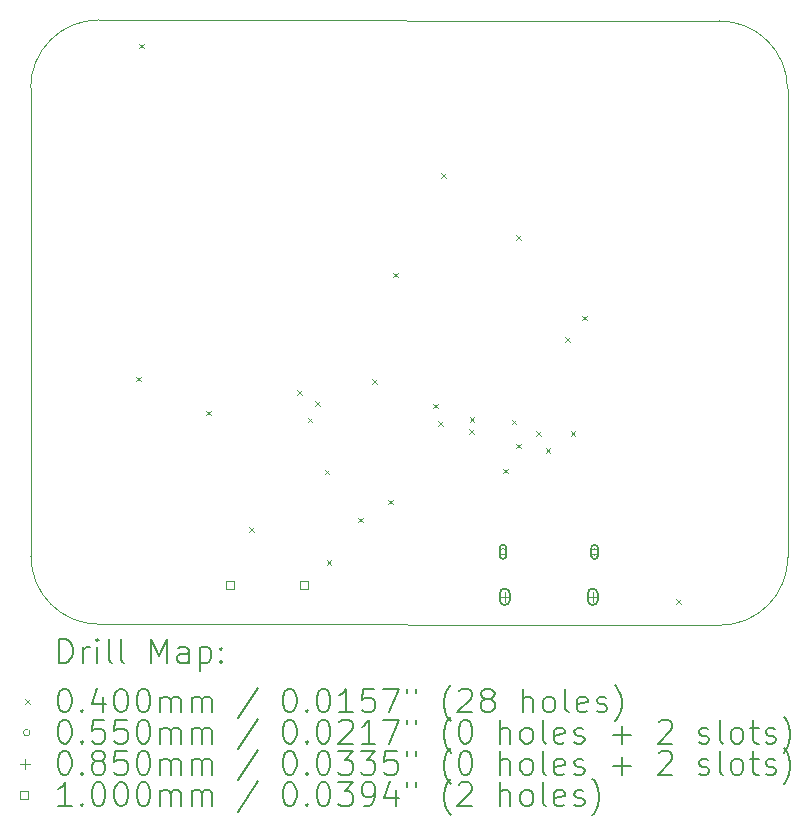
<source format=gbr>
%TF.GenerationSoftware,KiCad,Pcbnew,7.0.2*%
%TF.CreationDate,2023-11-28T02:03:47-03:00*%
%TF.ProjectId,Schematic_monitor,53636865-6d61-4746-9963-5f6d6f6e6974,rev?*%
%TF.SameCoordinates,Original*%
%TF.FileFunction,Drillmap*%
%TF.FilePolarity,Positive*%
%FSLAX45Y45*%
G04 Gerber Fmt 4.5, Leading zero omitted, Abs format (unit mm)*
G04 Created by KiCad (PCBNEW 7.0.2) date 2023-11-28 02:03:47*
%MOMM*%
%LPD*%
G01*
G04 APERTURE LIST*
%ADD10C,0.100000*%
%ADD11C,0.200000*%
%ADD12C,0.040000*%
%ADD13C,0.055000*%
%ADD14C,0.085000*%
G04 APERTURE END LIST*
D10*
X9094067Y-12498340D02*
X9091407Y-8534703D01*
X15500540Y-8543563D02*
X15503200Y-12507200D01*
X9094064Y-12498340D02*
G75*
G03*
X9670362Y-13074636I576296J0D01*
G01*
X15500533Y-8543563D02*
G75*
G03*
X14924244Y-7967267I-576293J3D01*
G01*
X9667703Y-7958407D02*
G75*
G03*
X9091407Y-8534703I-3J-576293D01*
G01*
X14924244Y-7967267D02*
X9667703Y-7958407D01*
X14926904Y-13083496D02*
G75*
G03*
X15503200Y-12507200I4J576292D01*
G01*
X9670362Y-13074636D02*
X14926904Y-13083496D01*
D11*
D12*
X9987600Y-10978200D02*
X10027600Y-11018200D01*
X10027600Y-10978200D02*
X9987600Y-11018200D01*
X10013000Y-8158800D02*
X10053000Y-8198800D01*
X10053000Y-8158800D02*
X10013000Y-8198800D01*
X10576000Y-11266000D02*
X10616000Y-11306000D01*
X10616000Y-11266000D02*
X10576000Y-11306000D01*
X10944000Y-12253000D02*
X10984000Y-12293000D01*
X10984000Y-12253000D02*
X10944000Y-12293000D01*
X11349200Y-11091488D02*
X11389200Y-11131488D01*
X11389200Y-11091488D02*
X11349200Y-11131488D01*
X11436200Y-11326200D02*
X11476200Y-11366200D01*
X11476200Y-11326200D02*
X11436200Y-11366200D01*
X11498200Y-11188200D02*
X11538200Y-11228200D01*
X11538200Y-11188200D02*
X11498200Y-11228200D01*
X11582200Y-11766200D02*
X11622200Y-11806200D01*
X11622200Y-11766200D02*
X11582200Y-11806200D01*
X11599000Y-12534000D02*
X11639000Y-12574000D01*
X11639000Y-12534000D02*
X11599000Y-12574000D01*
X11867200Y-12172000D02*
X11907200Y-12212000D01*
X11907200Y-12172000D02*
X11867200Y-12212000D01*
X11982872Y-10996964D02*
X12022872Y-11036964D01*
X12022872Y-10996964D02*
X11982872Y-11036964D01*
X12121200Y-12019600D02*
X12161200Y-12059600D01*
X12161200Y-12019600D02*
X12121200Y-12059600D01*
X12160408Y-10099200D02*
X12200408Y-10139200D01*
X12200408Y-10099200D02*
X12160408Y-10139200D01*
X12502200Y-11206800D02*
X12542200Y-11246800D01*
X12542200Y-11206800D02*
X12502200Y-11246800D01*
X12542270Y-11354270D02*
X12582270Y-11394270D01*
X12582270Y-11354270D02*
X12542270Y-11394270D01*
X12568000Y-9258000D02*
X12608000Y-9298000D01*
X12608000Y-9258000D02*
X12568000Y-9298000D01*
X12803000Y-11421000D02*
X12843000Y-11461000D01*
X12843000Y-11421000D02*
X12803000Y-11461000D01*
X12809200Y-11320200D02*
X12849200Y-11360200D01*
X12849200Y-11320200D02*
X12809200Y-11360200D01*
X13093200Y-11758200D02*
X13133200Y-11798200D01*
X13133200Y-11758200D02*
X13093200Y-11798200D01*
X13165200Y-11343200D02*
X13205200Y-11383200D01*
X13205200Y-11343200D02*
X13165200Y-11383200D01*
X13201200Y-9782200D02*
X13241200Y-9822200D01*
X13241200Y-9782200D02*
X13201200Y-9822200D01*
X13203200Y-11545200D02*
X13243200Y-11585200D01*
X13243200Y-11545200D02*
X13203200Y-11585200D01*
X13371200Y-11437200D02*
X13411200Y-11477200D01*
X13411200Y-11437200D02*
X13371200Y-11477200D01*
X13453000Y-11584000D02*
X13493000Y-11624000D01*
X13493000Y-11584000D02*
X13453000Y-11624000D01*
X13618200Y-10645200D02*
X13658200Y-10685200D01*
X13658200Y-10645200D02*
X13618200Y-10685200D01*
X13663408Y-11439704D02*
X13703408Y-11479704D01*
X13703408Y-11439704D02*
X13663408Y-11479704D01*
X13760200Y-10461200D02*
X13800200Y-10501200D01*
X13800200Y-10461200D02*
X13760200Y-10501200D01*
X14555408Y-12862704D02*
X14595408Y-12902704D01*
X14595408Y-12862704D02*
X14555408Y-12902704D01*
D13*
X13118700Y-12462700D02*
G75*
G03*
X13118700Y-12462700I-27500J0D01*
G01*
D11*
X13118700Y-12495200D02*
X13118700Y-12430200D01*
X13118700Y-12430200D02*
G75*
G03*
X13063700Y-12430200I-27500J0D01*
G01*
X13063700Y-12430200D02*
X13063700Y-12495200D01*
X13063700Y-12495200D02*
G75*
G03*
X13118700Y-12495200I27500J0D01*
G01*
D13*
X13893700Y-12462700D02*
G75*
G03*
X13893700Y-12462700I-27500J0D01*
G01*
D11*
X13893700Y-12495200D02*
X13893700Y-12430200D01*
X13893700Y-12430200D02*
G75*
G03*
X13838700Y-12430200I-27500J0D01*
G01*
X13838700Y-12430200D02*
X13838700Y-12495200D01*
X13838700Y-12495200D02*
G75*
G03*
X13893700Y-12495200I27500J0D01*
G01*
D14*
X13106200Y-12800200D02*
X13106200Y-12885200D01*
X13063700Y-12842700D02*
X13148700Y-12842700D01*
D11*
X13148700Y-12870200D02*
X13148700Y-12815200D01*
X13148700Y-12815200D02*
G75*
G03*
X13063700Y-12815200I-42500J0D01*
G01*
X13063700Y-12815200D02*
X13063700Y-12870200D01*
X13063700Y-12870200D02*
G75*
G03*
X13148700Y-12870200I42500J0D01*
G01*
D14*
X13851200Y-12800200D02*
X13851200Y-12885200D01*
X13808700Y-12842700D02*
X13893700Y-12842700D01*
D11*
X13893700Y-12870200D02*
X13893700Y-12815200D01*
X13893700Y-12815200D02*
G75*
G03*
X13808700Y-12815200I-42500J0D01*
G01*
X13808700Y-12815200D02*
X13808700Y-12870200D01*
X13808700Y-12870200D02*
G75*
G03*
X13893700Y-12870200I42500J0D01*
G01*
D10*
X10814556Y-12775556D02*
X10814556Y-12704844D01*
X10743844Y-12704844D01*
X10743844Y-12775556D01*
X10814556Y-12775556D01*
X11439556Y-12779556D02*
X11439556Y-12708844D01*
X11368844Y-12708844D01*
X11368844Y-12779556D01*
X11439556Y-12779556D01*
D11*
X9334026Y-13401020D02*
X9334026Y-13201020D01*
X9334026Y-13201020D02*
X9381645Y-13201020D01*
X9381645Y-13201020D02*
X9410216Y-13210544D01*
X9410216Y-13210544D02*
X9429264Y-13229591D01*
X9429264Y-13229591D02*
X9438788Y-13248639D01*
X9438788Y-13248639D02*
X9448312Y-13286734D01*
X9448312Y-13286734D02*
X9448312Y-13315305D01*
X9448312Y-13315305D02*
X9438788Y-13353401D01*
X9438788Y-13353401D02*
X9429264Y-13372448D01*
X9429264Y-13372448D02*
X9410216Y-13391496D01*
X9410216Y-13391496D02*
X9381645Y-13401020D01*
X9381645Y-13401020D02*
X9334026Y-13401020D01*
X9534026Y-13401020D02*
X9534026Y-13267686D01*
X9534026Y-13305782D02*
X9543550Y-13286734D01*
X9543550Y-13286734D02*
X9553073Y-13277210D01*
X9553073Y-13277210D02*
X9572121Y-13267686D01*
X9572121Y-13267686D02*
X9591169Y-13267686D01*
X9657835Y-13401020D02*
X9657835Y-13267686D01*
X9657835Y-13201020D02*
X9648312Y-13210544D01*
X9648312Y-13210544D02*
X9657835Y-13220067D01*
X9657835Y-13220067D02*
X9667359Y-13210544D01*
X9667359Y-13210544D02*
X9657835Y-13201020D01*
X9657835Y-13201020D02*
X9657835Y-13220067D01*
X9781645Y-13401020D02*
X9762597Y-13391496D01*
X9762597Y-13391496D02*
X9753073Y-13372448D01*
X9753073Y-13372448D02*
X9753073Y-13201020D01*
X9886407Y-13401020D02*
X9867359Y-13391496D01*
X9867359Y-13391496D02*
X9857835Y-13372448D01*
X9857835Y-13372448D02*
X9857835Y-13201020D01*
X10114978Y-13401020D02*
X10114978Y-13201020D01*
X10114978Y-13201020D02*
X10181645Y-13343877D01*
X10181645Y-13343877D02*
X10248312Y-13201020D01*
X10248312Y-13201020D02*
X10248312Y-13401020D01*
X10429264Y-13401020D02*
X10429264Y-13296258D01*
X10429264Y-13296258D02*
X10419740Y-13277210D01*
X10419740Y-13277210D02*
X10400693Y-13267686D01*
X10400693Y-13267686D02*
X10362597Y-13267686D01*
X10362597Y-13267686D02*
X10343550Y-13277210D01*
X10429264Y-13391496D02*
X10410216Y-13401020D01*
X10410216Y-13401020D02*
X10362597Y-13401020D01*
X10362597Y-13401020D02*
X10343550Y-13391496D01*
X10343550Y-13391496D02*
X10334026Y-13372448D01*
X10334026Y-13372448D02*
X10334026Y-13353401D01*
X10334026Y-13353401D02*
X10343550Y-13334353D01*
X10343550Y-13334353D02*
X10362597Y-13324829D01*
X10362597Y-13324829D02*
X10410216Y-13324829D01*
X10410216Y-13324829D02*
X10429264Y-13315305D01*
X10524502Y-13267686D02*
X10524502Y-13467686D01*
X10524502Y-13277210D02*
X10543550Y-13267686D01*
X10543550Y-13267686D02*
X10581645Y-13267686D01*
X10581645Y-13267686D02*
X10600693Y-13277210D01*
X10600693Y-13277210D02*
X10610216Y-13286734D01*
X10610216Y-13286734D02*
X10619740Y-13305782D01*
X10619740Y-13305782D02*
X10619740Y-13362924D01*
X10619740Y-13362924D02*
X10610216Y-13381972D01*
X10610216Y-13381972D02*
X10600693Y-13391496D01*
X10600693Y-13391496D02*
X10581645Y-13401020D01*
X10581645Y-13401020D02*
X10543550Y-13401020D01*
X10543550Y-13401020D02*
X10524502Y-13391496D01*
X10705454Y-13381972D02*
X10714978Y-13391496D01*
X10714978Y-13391496D02*
X10705454Y-13401020D01*
X10705454Y-13401020D02*
X10695931Y-13391496D01*
X10695931Y-13391496D02*
X10705454Y-13381972D01*
X10705454Y-13381972D02*
X10705454Y-13401020D01*
X10705454Y-13277210D02*
X10714978Y-13286734D01*
X10714978Y-13286734D02*
X10705454Y-13296258D01*
X10705454Y-13296258D02*
X10695931Y-13286734D01*
X10695931Y-13286734D02*
X10705454Y-13277210D01*
X10705454Y-13277210D02*
X10705454Y-13296258D01*
D12*
X9046407Y-13708496D02*
X9086407Y-13748496D01*
X9086407Y-13708496D02*
X9046407Y-13748496D01*
D11*
X9372121Y-13621020D02*
X9391169Y-13621020D01*
X9391169Y-13621020D02*
X9410216Y-13630544D01*
X9410216Y-13630544D02*
X9419740Y-13640067D01*
X9419740Y-13640067D02*
X9429264Y-13659115D01*
X9429264Y-13659115D02*
X9438788Y-13697210D01*
X9438788Y-13697210D02*
X9438788Y-13744829D01*
X9438788Y-13744829D02*
X9429264Y-13782924D01*
X9429264Y-13782924D02*
X9419740Y-13801972D01*
X9419740Y-13801972D02*
X9410216Y-13811496D01*
X9410216Y-13811496D02*
X9391169Y-13821020D01*
X9391169Y-13821020D02*
X9372121Y-13821020D01*
X9372121Y-13821020D02*
X9353073Y-13811496D01*
X9353073Y-13811496D02*
X9343550Y-13801972D01*
X9343550Y-13801972D02*
X9334026Y-13782924D01*
X9334026Y-13782924D02*
X9324502Y-13744829D01*
X9324502Y-13744829D02*
X9324502Y-13697210D01*
X9324502Y-13697210D02*
X9334026Y-13659115D01*
X9334026Y-13659115D02*
X9343550Y-13640067D01*
X9343550Y-13640067D02*
X9353073Y-13630544D01*
X9353073Y-13630544D02*
X9372121Y-13621020D01*
X9524502Y-13801972D02*
X9534026Y-13811496D01*
X9534026Y-13811496D02*
X9524502Y-13821020D01*
X9524502Y-13821020D02*
X9514978Y-13811496D01*
X9514978Y-13811496D02*
X9524502Y-13801972D01*
X9524502Y-13801972D02*
X9524502Y-13821020D01*
X9705454Y-13687686D02*
X9705454Y-13821020D01*
X9657835Y-13611496D02*
X9610216Y-13754353D01*
X9610216Y-13754353D02*
X9734026Y-13754353D01*
X9848312Y-13621020D02*
X9867359Y-13621020D01*
X9867359Y-13621020D02*
X9886407Y-13630544D01*
X9886407Y-13630544D02*
X9895931Y-13640067D01*
X9895931Y-13640067D02*
X9905454Y-13659115D01*
X9905454Y-13659115D02*
X9914978Y-13697210D01*
X9914978Y-13697210D02*
X9914978Y-13744829D01*
X9914978Y-13744829D02*
X9905454Y-13782924D01*
X9905454Y-13782924D02*
X9895931Y-13801972D01*
X9895931Y-13801972D02*
X9886407Y-13811496D01*
X9886407Y-13811496D02*
X9867359Y-13821020D01*
X9867359Y-13821020D02*
X9848312Y-13821020D01*
X9848312Y-13821020D02*
X9829264Y-13811496D01*
X9829264Y-13811496D02*
X9819740Y-13801972D01*
X9819740Y-13801972D02*
X9810216Y-13782924D01*
X9810216Y-13782924D02*
X9800693Y-13744829D01*
X9800693Y-13744829D02*
X9800693Y-13697210D01*
X9800693Y-13697210D02*
X9810216Y-13659115D01*
X9810216Y-13659115D02*
X9819740Y-13640067D01*
X9819740Y-13640067D02*
X9829264Y-13630544D01*
X9829264Y-13630544D02*
X9848312Y-13621020D01*
X10038788Y-13621020D02*
X10057835Y-13621020D01*
X10057835Y-13621020D02*
X10076883Y-13630544D01*
X10076883Y-13630544D02*
X10086407Y-13640067D01*
X10086407Y-13640067D02*
X10095931Y-13659115D01*
X10095931Y-13659115D02*
X10105454Y-13697210D01*
X10105454Y-13697210D02*
X10105454Y-13744829D01*
X10105454Y-13744829D02*
X10095931Y-13782924D01*
X10095931Y-13782924D02*
X10086407Y-13801972D01*
X10086407Y-13801972D02*
X10076883Y-13811496D01*
X10076883Y-13811496D02*
X10057835Y-13821020D01*
X10057835Y-13821020D02*
X10038788Y-13821020D01*
X10038788Y-13821020D02*
X10019740Y-13811496D01*
X10019740Y-13811496D02*
X10010216Y-13801972D01*
X10010216Y-13801972D02*
X10000693Y-13782924D01*
X10000693Y-13782924D02*
X9991169Y-13744829D01*
X9991169Y-13744829D02*
X9991169Y-13697210D01*
X9991169Y-13697210D02*
X10000693Y-13659115D01*
X10000693Y-13659115D02*
X10010216Y-13640067D01*
X10010216Y-13640067D02*
X10019740Y-13630544D01*
X10019740Y-13630544D02*
X10038788Y-13621020D01*
X10191169Y-13821020D02*
X10191169Y-13687686D01*
X10191169Y-13706734D02*
X10200693Y-13697210D01*
X10200693Y-13697210D02*
X10219740Y-13687686D01*
X10219740Y-13687686D02*
X10248312Y-13687686D01*
X10248312Y-13687686D02*
X10267359Y-13697210D01*
X10267359Y-13697210D02*
X10276883Y-13716258D01*
X10276883Y-13716258D02*
X10276883Y-13821020D01*
X10276883Y-13716258D02*
X10286407Y-13697210D01*
X10286407Y-13697210D02*
X10305454Y-13687686D01*
X10305454Y-13687686D02*
X10334026Y-13687686D01*
X10334026Y-13687686D02*
X10353074Y-13697210D01*
X10353074Y-13697210D02*
X10362597Y-13716258D01*
X10362597Y-13716258D02*
X10362597Y-13821020D01*
X10457835Y-13821020D02*
X10457835Y-13687686D01*
X10457835Y-13706734D02*
X10467359Y-13697210D01*
X10467359Y-13697210D02*
X10486407Y-13687686D01*
X10486407Y-13687686D02*
X10514978Y-13687686D01*
X10514978Y-13687686D02*
X10534026Y-13697210D01*
X10534026Y-13697210D02*
X10543550Y-13716258D01*
X10543550Y-13716258D02*
X10543550Y-13821020D01*
X10543550Y-13716258D02*
X10553074Y-13697210D01*
X10553074Y-13697210D02*
X10572121Y-13687686D01*
X10572121Y-13687686D02*
X10600693Y-13687686D01*
X10600693Y-13687686D02*
X10619740Y-13697210D01*
X10619740Y-13697210D02*
X10629264Y-13716258D01*
X10629264Y-13716258D02*
X10629264Y-13821020D01*
X11019740Y-13611496D02*
X10848312Y-13868639D01*
X11276883Y-13621020D02*
X11295931Y-13621020D01*
X11295931Y-13621020D02*
X11314978Y-13630544D01*
X11314978Y-13630544D02*
X11324502Y-13640067D01*
X11324502Y-13640067D02*
X11334026Y-13659115D01*
X11334026Y-13659115D02*
X11343550Y-13697210D01*
X11343550Y-13697210D02*
X11343550Y-13744829D01*
X11343550Y-13744829D02*
X11334026Y-13782924D01*
X11334026Y-13782924D02*
X11324502Y-13801972D01*
X11324502Y-13801972D02*
X11314978Y-13811496D01*
X11314978Y-13811496D02*
X11295931Y-13821020D01*
X11295931Y-13821020D02*
X11276883Y-13821020D01*
X11276883Y-13821020D02*
X11257835Y-13811496D01*
X11257835Y-13811496D02*
X11248312Y-13801972D01*
X11248312Y-13801972D02*
X11238788Y-13782924D01*
X11238788Y-13782924D02*
X11229264Y-13744829D01*
X11229264Y-13744829D02*
X11229264Y-13697210D01*
X11229264Y-13697210D02*
X11238788Y-13659115D01*
X11238788Y-13659115D02*
X11248312Y-13640067D01*
X11248312Y-13640067D02*
X11257835Y-13630544D01*
X11257835Y-13630544D02*
X11276883Y-13621020D01*
X11429264Y-13801972D02*
X11438788Y-13811496D01*
X11438788Y-13811496D02*
X11429264Y-13821020D01*
X11429264Y-13821020D02*
X11419740Y-13811496D01*
X11419740Y-13811496D02*
X11429264Y-13801972D01*
X11429264Y-13801972D02*
X11429264Y-13821020D01*
X11562597Y-13621020D02*
X11581645Y-13621020D01*
X11581645Y-13621020D02*
X11600693Y-13630544D01*
X11600693Y-13630544D02*
X11610216Y-13640067D01*
X11610216Y-13640067D02*
X11619740Y-13659115D01*
X11619740Y-13659115D02*
X11629264Y-13697210D01*
X11629264Y-13697210D02*
X11629264Y-13744829D01*
X11629264Y-13744829D02*
X11619740Y-13782924D01*
X11619740Y-13782924D02*
X11610216Y-13801972D01*
X11610216Y-13801972D02*
X11600693Y-13811496D01*
X11600693Y-13811496D02*
X11581645Y-13821020D01*
X11581645Y-13821020D02*
X11562597Y-13821020D01*
X11562597Y-13821020D02*
X11543550Y-13811496D01*
X11543550Y-13811496D02*
X11534026Y-13801972D01*
X11534026Y-13801972D02*
X11524502Y-13782924D01*
X11524502Y-13782924D02*
X11514978Y-13744829D01*
X11514978Y-13744829D02*
X11514978Y-13697210D01*
X11514978Y-13697210D02*
X11524502Y-13659115D01*
X11524502Y-13659115D02*
X11534026Y-13640067D01*
X11534026Y-13640067D02*
X11543550Y-13630544D01*
X11543550Y-13630544D02*
X11562597Y-13621020D01*
X11819740Y-13821020D02*
X11705455Y-13821020D01*
X11762597Y-13821020D02*
X11762597Y-13621020D01*
X11762597Y-13621020D02*
X11743550Y-13649591D01*
X11743550Y-13649591D02*
X11724502Y-13668639D01*
X11724502Y-13668639D02*
X11705455Y-13678163D01*
X12000693Y-13621020D02*
X11905455Y-13621020D01*
X11905455Y-13621020D02*
X11895931Y-13716258D01*
X11895931Y-13716258D02*
X11905455Y-13706734D01*
X11905455Y-13706734D02*
X11924502Y-13697210D01*
X11924502Y-13697210D02*
X11972121Y-13697210D01*
X11972121Y-13697210D02*
X11991169Y-13706734D01*
X11991169Y-13706734D02*
X12000693Y-13716258D01*
X12000693Y-13716258D02*
X12010216Y-13735305D01*
X12010216Y-13735305D02*
X12010216Y-13782924D01*
X12010216Y-13782924D02*
X12000693Y-13801972D01*
X12000693Y-13801972D02*
X11991169Y-13811496D01*
X11991169Y-13811496D02*
X11972121Y-13821020D01*
X11972121Y-13821020D02*
X11924502Y-13821020D01*
X11924502Y-13821020D02*
X11905455Y-13811496D01*
X11905455Y-13811496D02*
X11895931Y-13801972D01*
X12076883Y-13621020D02*
X12210216Y-13621020D01*
X12210216Y-13621020D02*
X12124502Y-13821020D01*
X12276883Y-13621020D02*
X12276883Y-13659115D01*
X12353074Y-13621020D02*
X12353074Y-13659115D01*
X12648312Y-13897210D02*
X12638788Y-13887686D01*
X12638788Y-13887686D02*
X12619740Y-13859115D01*
X12619740Y-13859115D02*
X12610217Y-13840067D01*
X12610217Y-13840067D02*
X12600693Y-13811496D01*
X12600693Y-13811496D02*
X12591169Y-13763877D01*
X12591169Y-13763877D02*
X12591169Y-13725782D01*
X12591169Y-13725782D02*
X12600693Y-13678163D01*
X12600693Y-13678163D02*
X12610217Y-13649591D01*
X12610217Y-13649591D02*
X12619740Y-13630544D01*
X12619740Y-13630544D02*
X12638788Y-13601972D01*
X12638788Y-13601972D02*
X12648312Y-13592448D01*
X12714978Y-13640067D02*
X12724502Y-13630544D01*
X12724502Y-13630544D02*
X12743550Y-13621020D01*
X12743550Y-13621020D02*
X12791169Y-13621020D01*
X12791169Y-13621020D02*
X12810217Y-13630544D01*
X12810217Y-13630544D02*
X12819740Y-13640067D01*
X12819740Y-13640067D02*
X12829264Y-13659115D01*
X12829264Y-13659115D02*
X12829264Y-13678163D01*
X12829264Y-13678163D02*
X12819740Y-13706734D01*
X12819740Y-13706734D02*
X12705455Y-13821020D01*
X12705455Y-13821020D02*
X12829264Y-13821020D01*
X12943550Y-13706734D02*
X12924502Y-13697210D01*
X12924502Y-13697210D02*
X12914978Y-13687686D01*
X12914978Y-13687686D02*
X12905455Y-13668639D01*
X12905455Y-13668639D02*
X12905455Y-13659115D01*
X12905455Y-13659115D02*
X12914978Y-13640067D01*
X12914978Y-13640067D02*
X12924502Y-13630544D01*
X12924502Y-13630544D02*
X12943550Y-13621020D01*
X12943550Y-13621020D02*
X12981645Y-13621020D01*
X12981645Y-13621020D02*
X13000693Y-13630544D01*
X13000693Y-13630544D02*
X13010217Y-13640067D01*
X13010217Y-13640067D02*
X13019740Y-13659115D01*
X13019740Y-13659115D02*
X13019740Y-13668639D01*
X13019740Y-13668639D02*
X13010217Y-13687686D01*
X13010217Y-13687686D02*
X13000693Y-13697210D01*
X13000693Y-13697210D02*
X12981645Y-13706734D01*
X12981645Y-13706734D02*
X12943550Y-13706734D01*
X12943550Y-13706734D02*
X12924502Y-13716258D01*
X12924502Y-13716258D02*
X12914978Y-13725782D01*
X12914978Y-13725782D02*
X12905455Y-13744829D01*
X12905455Y-13744829D02*
X12905455Y-13782924D01*
X12905455Y-13782924D02*
X12914978Y-13801972D01*
X12914978Y-13801972D02*
X12924502Y-13811496D01*
X12924502Y-13811496D02*
X12943550Y-13821020D01*
X12943550Y-13821020D02*
X12981645Y-13821020D01*
X12981645Y-13821020D02*
X13000693Y-13811496D01*
X13000693Y-13811496D02*
X13010217Y-13801972D01*
X13010217Y-13801972D02*
X13019740Y-13782924D01*
X13019740Y-13782924D02*
X13019740Y-13744829D01*
X13019740Y-13744829D02*
X13010217Y-13725782D01*
X13010217Y-13725782D02*
X13000693Y-13716258D01*
X13000693Y-13716258D02*
X12981645Y-13706734D01*
X13257836Y-13821020D02*
X13257836Y-13621020D01*
X13343550Y-13821020D02*
X13343550Y-13716258D01*
X13343550Y-13716258D02*
X13334026Y-13697210D01*
X13334026Y-13697210D02*
X13314979Y-13687686D01*
X13314979Y-13687686D02*
X13286407Y-13687686D01*
X13286407Y-13687686D02*
X13267359Y-13697210D01*
X13267359Y-13697210D02*
X13257836Y-13706734D01*
X13467359Y-13821020D02*
X13448312Y-13811496D01*
X13448312Y-13811496D02*
X13438788Y-13801972D01*
X13438788Y-13801972D02*
X13429264Y-13782924D01*
X13429264Y-13782924D02*
X13429264Y-13725782D01*
X13429264Y-13725782D02*
X13438788Y-13706734D01*
X13438788Y-13706734D02*
X13448312Y-13697210D01*
X13448312Y-13697210D02*
X13467359Y-13687686D01*
X13467359Y-13687686D02*
X13495931Y-13687686D01*
X13495931Y-13687686D02*
X13514979Y-13697210D01*
X13514979Y-13697210D02*
X13524502Y-13706734D01*
X13524502Y-13706734D02*
X13534026Y-13725782D01*
X13534026Y-13725782D02*
X13534026Y-13782924D01*
X13534026Y-13782924D02*
X13524502Y-13801972D01*
X13524502Y-13801972D02*
X13514979Y-13811496D01*
X13514979Y-13811496D02*
X13495931Y-13821020D01*
X13495931Y-13821020D02*
X13467359Y-13821020D01*
X13648312Y-13821020D02*
X13629264Y-13811496D01*
X13629264Y-13811496D02*
X13619740Y-13792448D01*
X13619740Y-13792448D02*
X13619740Y-13621020D01*
X13800693Y-13811496D02*
X13781645Y-13821020D01*
X13781645Y-13821020D02*
X13743550Y-13821020D01*
X13743550Y-13821020D02*
X13724502Y-13811496D01*
X13724502Y-13811496D02*
X13714979Y-13792448D01*
X13714979Y-13792448D02*
X13714979Y-13716258D01*
X13714979Y-13716258D02*
X13724502Y-13697210D01*
X13724502Y-13697210D02*
X13743550Y-13687686D01*
X13743550Y-13687686D02*
X13781645Y-13687686D01*
X13781645Y-13687686D02*
X13800693Y-13697210D01*
X13800693Y-13697210D02*
X13810217Y-13716258D01*
X13810217Y-13716258D02*
X13810217Y-13735305D01*
X13810217Y-13735305D02*
X13714979Y-13754353D01*
X13886407Y-13811496D02*
X13905455Y-13821020D01*
X13905455Y-13821020D02*
X13943550Y-13821020D01*
X13943550Y-13821020D02*
X13962598Y-13811496D01*
X13962598Y-13811496D02*
X13972121Y-13792448D01*
X13972121Y-13792448D02*
X13972121Y-13782924D01*
X13972121Y-13782924D02*
X13962598Y-13763877D01*
X13962598Y-13763877D02*
X13943550Y-13754353D01*
X13943550Y-13754353D02*
X13914979Y-13754353D01*
X13914979Y-13754353D02*
X13895931Y-13744829D01*
X13895931Y-13744829D02*
X13886407Y-13725782D01*
X13886407Y-13725782D02*
X13886407Y-13716258D01*
X13886407Y-13716258D02*
X13895931Y-13697210D01*
X13895931Y-13697210D02*
X13914979Y-13687686D01*
X13914979Y-13687686D02*
X13943550Y-13687686D01*
X13943550Y-13687686D02*
X13962598Y-13697210D01*
X14038788Y-13897210D02*
X14048312Y-13887686D01*
X14048312Y-13887686D02*
X14067360Y-13859115D01*
X14067360Y-13859115D02*
X14076883Y-13840067D01*
X14076883Y-13840067D02*
X14086407Y-13811496D01*
X14086407Y-13811496D02*
X14095931Y-13763877D01*
X14095931Y-13763877D02*
X14095931Y-13725782D01*
X14095931Y-13725782D02*
X14086407Y-13678163D01*
X14086407Y-13678163D02*
X14076883Y-13649591D01*
X14076883Y-13649591D02*
X14067360Y-13630544D01*
X14067360Y-13630544D02*
X14048312Y-13601972D01*
X14048312Y-13601972D02*
X14038788Y-13592448D01*
D13*
X9086407Y-13992496D02*
G75*
G03*
X9086407Y-13992496I-27500J0D01*
G01*
D11*
X9372121Y-13885020D02*
X9391169Y-13885020D01*
X9391169Y-13885020D02*
X9410216Y-13894544D01*
X9410216Y-13894544D02*
X9419740Y-13904067D01*
X9419740Y-13904067D02*
X9429264Y-13923115D01*
X9429264Y-13923115D02*
X9438788Y-13961210D01*
X9438788Y-13961210D02*
X9438788Y-14008829D01*
X9438788Y-14008829D02*
X9429264Y-14046924D01*
X9429264Y-14046924D02*
X9419740Y-14065972D01*
X9419740Y-14065972D02*
X9410216Y-14075496D01*
X9410216Y-14075496D02*
X9391169Y-14085020D01*
X9391169Y-14085020D02*
X9372121Y-14085020D01*
X9372121Y-14085020D02*
X9353073Y-14075496D01*
X9353073Y-14075496D02*
X9343550Y-14065972D01*
X9343550Y-14065972D02*
X9334026Y-14046924D01*
X9334026Y-14046924D02*
X9324502Y-14008829D01*
X9324502Y-14008829D02*
X9324502Y-13961210D01*
X9324502Y-13961210D02*
X9334026Y-13923115D01*
X9334026Y-13923115D02*
X9343550Y-13904067D01*
X9343550Y-13904067D02*
X9353073Y-13894544D01*
X9353073Y-13894544D02*
X9372121Y-13885020D01*
X9524502Y-14065972D02*
X9534026Y-14075496D01*
X9534026Y-14075496D02*
X9524502Y-14085020D01*
X9524502Y-14085020D02*
X9514978Y-14075496D01*
X9514978Y-14075496D02*
X9524502Y-14065972D01*
X9524502Y-14065972D02*
X9524502Y-14085020D01*
X9714978Y-13885020D02*
X9619740Y-13885020D01*
X9619740Y-13885020D02*
X9610216Y-13980258D01*
X9610216Y-13980258D02*
X9619740Y-13970734D01*
X9619740Y-13970734D02*
X9638788Y-13961210D01*
X9638788Y-13961210D02*
X9686407Y-13961210D01*
X9686407Y-13961210D02*
X9705454Y-13970734D01*
X9705454Y-13970734D02*
X9714978Y-13980258D01*
X9714978Y-13980258D02*
X9724502Y-13999305D01*
X9724502Y-13999305D02*
X9724502Y-14046924D01*
X9724502Y-14046924D02*
X9714978Y-14065972D01*
X9714978Y-14065972D02*
X9705454Y-14075496D01*
X9705454Y-14075496D02*
X9686407Y-14085020D01*
X9686407Y-14085020D02*
X9638788Y-14085020D01*
X9638788Y-14085020D02*
X9619740Y-14075496D01*
X9619740Y-14075496D02*
X9610216Y-14065972D01*
X9905454Y-13885020D02*
X9810216Y-13885020D01*
X9810216Y-13885020D02*
X9800693Y-13980258D01*
X9800693Y-13980258D02*
X9810216Y-13970734D01*
X9810216Y-13970734D02*
X9829264Y-13961210D01*
X9829264Y-13961210D02*
X9876883Y-13961210D01*
X9876883Y-13961210D02*
X9895931Y-13970734D01*
X9895931Y-13970734D02*
X9905454Y-13980258D01*
X9905454Y-13980258D02*
X9914978Y-13999305D01*
X9914978Y-13999305D02*
X9914978Y-14046924D01*
X9914978Y-14046924D02*
X9905454Y-14065972D01*
X9905454Y-14065972D02*
X9895931Y-14075496D01*
X9895931Y-14075496D02*
X9876883Y-14085020D01*
X9876883Y-14085020D02*
X9829264Y-14085020D01*
X9829264Y-14085020D02*
X9810216Y-14075496D01*
X9810216Y-14075496D02*
X9800693Y-14065972D01*
X10038788Y-13885020D02*
X10057835Y-13885020D01*
X10057835Y-13885020D02*
X10076883Y-13894544D01*
X10076883Y-13894544D02*
X10086407Y-13904067D01*
X10086407Y-13904067D02*
X10095931Y-13923115D01*
X10095931Y-13923115D02*
X10105454Y-13961210D01*
X10105454Y-13961210D02*
X10105454Y-14008829D01*
X10105454Y-14008829D02*
X10095931Y-14046924D01*
X10095931Y-14046924D02*
X10086407Y-14065972D01*
X10086407Y-14065972D02*
X10076883Y-14075496D01*
X10076883Y-14075496D02*
X10057835Y-14085020D01*
X10057835Y-14085020D02*
X10038788Y-14085020D01*
X10038788Y-14085020D02*
X10019740Y-14075496D01*
X10019740Y-14075496D02*
X10010216Y-14065972D01*
X10010216Y-14065972D02*
X10000693Y-14046924D01*
X10000693Y-14046924D02*
X9991169Y-14008829D01*
X9991169Y-14008829D02*
X9991169Y-13961210D01*
X9991169Y-13961210D02*
X10000693Y-13923115D01*
X10000693Y-13923115D02*
X10010216Y-13904067D01*
X10010216Y-13904067D02*
X10019740Y-13894544D01*
X10019740Y-13894544D02*
X10038788Y-13885020D01*
X10191169Y-14085020D02*
X10191169Y-13951686D01*
X10191169Y-13970734D02*
X10200693Y-13961210D01*
X10200693Y-13961210D02*
X10219740Y-13951686D01*
X10219740Y-13951686D02*
X10248312Y-13951686D01*
X10248312Y-13951686D02*
X10267359Y-13961210D01*
X10267359Y-13961210D02*
X10276883Y-13980258D01*
X10276883Y-13980258D02*
X10276883Y-14085020D01*
X10276883Y-13980258D02*
X10286407Y-13961210D01*
X10286407Y-13961210D02*
X10305454Y-13951686D01*
X10305454Y-13951686D02*
X10334026Y-13951686D01*
X10334026Y-13951686D02*
X10353074Y-13961210D01*
X10353074Y-13961210D02*
X10362597Y-13980258D01*
X10362597Y-13980258D02*
X10362597Y-14085020D01*
X10457835Y-14085020D02*
X10457835Y-13951686D01*
X10457835Y-13970734D02*
X10467359Y-13961210D01*
X10467359Y-13961210D02*
X10486407Y-13951686D01*
X10486407Y-13951686D02*
X10514978Y-13951686D01*
X10514978Y-13951686D02*
X10534026Y-13961210D01*
X10534026Y-13961210D02*
X10543550Y-13980258D01*
X10543550Y-13980258D02*
X10543550Y-14085020D01*
X10543550Y-13980258D02*
X10553074Y-13961210D01*
X10553074Y-13961210D02*
X10572121Y-13951686D01*
X10572121Y-13951686D02*
X10600693Y-13951686D01*
X10600693Y-13951686D02*
X10619740Y-13961210D01*
X10619740Y-13961210D02*
X10629264Y-13980258D01*
X10629264Y-13980258D02*
X10629264Y-14085020D01*
X11019740Y-13875496D02*
X10848312Y-14132639D01*
X11276883Y-13885020D02*
X11295931Y-13885020D01*
X11295931Y-13885020D02*
X11314978Y-13894544D01*
X11314978Y-13894544D02*
X11324502Y-13904067D01*
X11324502Y-13904067D02*
X11334026Y-13923115D01*
X11334026Y-13923115D02*
X11343550Y-13961210D01*
X11343550Y-13961210D02*
X11343550Y-14008829D01*
X11343550Y-14008829D02*
X11334026Y-14046924D01*
X11334026Y-14046924D02*
X11324502Y-14065972D01*
X11324502Y-14065972D02*
X11314978Y-14075496D01*
X11314978Y-14075496D02*
X11295931Y-14085020D01*
X11295931Y-14085020D02*
X11276883Y-14085020D01*
X11276883Y-14085020D02*
X11257835Y-14075496D01*
X11257835Y-14075496D02*
X11248312Y-14065972D01*
X11248312Y-14065972D02*
X11238788Y-14046924D01*
X11238788Y-14046924D02*
X11229264Y-14008829D01*
X11229264Y-14008829D02*
X11229264Y-13961210D01*
X11229264Y-13961210D02*
X11238788Y-13923115D01*
X11238788Y-13923115D02*
X11248312Y-13904067D01*
X11248312Y-13904067D02*
X11257835Y-13894544D01*
X11257835Y-13894544D02*
X11276883Y-13885020D01*
X11429264Y-14065972D02*
X11438788Y-14075496D01*
X11438788Y-14075496D02*
X11429264Y-14085020D01*
X11429264Y-14085020D02*
X11419740Y-14075496D01*
X11419740Y-14075496D02*
X11429264Y-14065972D01*
X11429264Y-14065972D02*
X11429264Y-14085020D01*
X11562597Y-13885020D02*
X11581645Y-13885020D01*
X11581645Y-13885020D02*
X11600693Y-13894544D01*
X11600693Y-13894544D02*
X11610216Y-13904067D01*
X11610216Y-13904067D02*
X11619740Y-13923115D01*
X11619740Y-13923115D02*
X11629264Y-13961210D01*
X11629264Y-13961210D02*
X11629264Y-14008829D01*
X11629264Y-14008829D02*
X11619740Y-14046924D01*
X11619740Y-14046924D02*
X11610216Y-14065972D01*
X11610216Y-14065972D02*
X11600693Y-14075496D01*
X11600693Y-14075496D02*
X11581645Y-14085020D01*
X11581645Y-14085020D02*
X11562597Y-14085020D01*
X11562597Y-14085020D02*
X11543550Y-14075496D01*
X11543550Y-14075496D02*
X11534026Y-14065972D01*
X11534026Y-14065972D02*
X11524502Y-14046924D01*
X11524502Y-14046924D02*
X11514978Y-14008829D01*
X11514978Y-14008829D02*
X11514978Y-13961210D01*
X11514978Y-13961210D02*
X11524502Y-13923115D01*
X11524502Y-13923115D02*
X11534026Y-13904067D01*
X11534026Y-13904067D02*
X11543550Y-13894544D01*
X11543550Y-13894544D02*
X11562597Y-13885020D01*
X11705455Y-13904067D02*
X11714978Y-13894544D01*
X11714978Y-13894544D02*
X11734026Y-13885020D01*
X11734026Y-13885020D02*
X11781645Y-13885020D01*
X11781645Y-13885020D02*
X11800693Y-13894544D01*
X11800693Y-13894544D02*
X11810216Y-13904067D01*
X11810216Y-13904067D02*
X11819740Y-13923115D01*
X11819740Y-13923115D02*
X11819740Y-13942163D01*
X11819740Y-13942163D02*
X11810216Y-13970734D01*
X11810216Y-13970734D02*
X11695931Y-14085020D01*
X11695931Y-14085020D02*
X11819740Y-14085020D01*
X12010216Y-14085020D02*
X11895931Y-14085020D01*
X11953074Y-14085020D02*
X11953074Y-13885020D01*
X11953074Y-13885020D02*
X11934026Y-13913591D01*
X11934026Y-13913591D02*
X11914978Y-13932639D01*
X11914978Y-13932639D02*
X11895931Y-13942163D01*
X12076883Y-13885020D02*
X12210216Y-13885020D01*
X12210216Y-13885020D02*
X12124502Y-14085020D01*
X12276883Y-13885020D02*
X12276883Y-13923115D01*
X12353074Y-13885020D02*
X12353074Y-13923115D01*
X12648312Y-14161210D02*
X12638788Y-14151686D01*
X12638788Y-14151686D02*
X12619740Y-14123115D01*
X12619740Y-14123115D02*
X12610217Y-14104067D01*
X12610217Y-14104067D02*
X12600693Y-14075496D01*
X12600693Y-14075496D02*
X12591169Y-14027877D01*
X12591169Y-14027877D02*
X12591169Y-13989782D01*
X12591169Y-13989782D02*
X12600693Y-13942163D01*
X12600693Y-13942163D02*
X12610217Y-13913591D01*
X12610217Y-13913591D02*
X12619740Y-13894544D01*
X12619740Y-13894544D02*
X12638788Y-13865972D01*
X12638788Y-13865972D02*
X12648312Y-13856448D01*
X12762597Y-13885020D02*
X12781645Y-13885020D01*
X12781645Y-13885020D02*
X12800693Y-13894544D01*
X12800693Y-13894544D02*
X12810217Y-13904067D01*
X12810217Y-13904067D02*
X12819740Y-13923115D01*
X12819740Y-13923115D02*
X12829264Y-13961210D01*
X12829264Y-13961210D02*
X12829264Y-14008829D01*
X12829264Y-14008829D02*
X12819740Y-14046924D01*
X12819740Y-14046924D02*
X12810217Y-14065972D01*
X12810217Y-14065972D02*
X12800693Y-14075496D01*
X12800693Y-14075496D02*
X12781645Y-14085020D01*
X12781645Y-14085020D02*
X12762597Y-14085020D01*
X12762597Y-14085020D02*
X12743550Y-14075496D01*
X12743550Y-14075496D02*
X12734026Y-14065972D01*
X12734026Y-14065972D02*
X12724502Y-14046924D01*
X12724502Y-14046924D02*
X12714978Y-14008829D01*
X12714978Y-14008829D02*
X12714978Y-13961210D01*
X12714978Y-13961210D02*
X12724502Y-13923115D01*
X12724502Y-13923115D02*
X12734026Y-13904067D01*
X12734026Y-13904067D02*
X12743550Y-13894544D01*
X12743550Y-13894544D02*
X12762597Y-13885020D01*
X13067359Y-14085020D02*
X13067359Y-13885020D01*
X13153074Y-14085020D02*
X13153074Y-13980258D01*
X13153074Y-13980258D02*
X13143550Y-13961210D01*
X13143550Y-13961210D02*
X13124502Y-13951686D01*
X13124502Y-13951686D02*
X13095931Y-13951686D01*
X13095931Y-13951686D02*
X13076883Y-13961210D01*
X13076883Y-13961210D02*
X13067359Y-13970734D01*
X13276883Y-14085020D02*
X13257836Y-14075496D01*
X13257836Y-14075496D02*
X13248312Y-14065972D01*
X13248312Y-14065972D02*
X13238788Y-14046924D01*
X13238788Y-14046924D02*
X13238788Y-13989782D01*
X13238788Y-13989782D02*
X13248312Y-13970734D01*
X13248312Y-13970734D02*
X13257836Y-13961210D01*
X13257836Y-13961210D02*
X13276883Y-13951686D01*
X13276883Y-13951686D02*
X13305455Y-13951686D01*
X13305455Y-13951686D02*
X13324502Y-13961210D01*
X13324502Y-13961210D02*
X13334026Y-13970734D01*
X13334026Y-13970734D02*
X13343550Y-13989782D01*
X13343550Y-13989782D02*
X13343550Y-14046924D01*
X13343550Y-14046924D02*
X13334026Y-14065972D01*
X13334026Y-14065972D02*
X13324502Y-14075496D01*
X13324502Y-14075496D02*
X13305455Y-14085020D01*
X13305455Y-14085020D02*
X13276883Y-14085020D01*
X13457836Y-14085020D02*
X13438788Y-14075496D01*
X13438788Y-14075496D02*
X13429264Y-14056448D01*
X13429264Y-14056448D02*
X13429264Y-13885020D01*
X13610217Y-14075496D02*
X13591169Y-14085020D01*
X13591169Y-14085020D02*
X13553074Y-14085020D01*
X13553074Y-14085020D02*
X13534026Y-14075496D01*
X13534026Y-14075496D02*
X13524502Y-14056448D01*
X13524502Y-14056448D02*
X13524502Y-13980258D01*
X13524502Y-13980258D02*
X13534026Y-13961210D01*
X13534026Y-13961210D02*
X13553074Y-13951686D01*
X13553074Y-13951686D02*
X13591169Y-13951686D01*
X13591169Y-13951686D02*
X13610217Y-13961210D01*
X13610217Y-13961210D02*
X13619740Y-13980258D01*
X13619740Y-13980258D02*
X13619740Y-13999305D01*
X13619740Y-13999305D02*
X13524502Y-14018353D01*
X13695931Y-14075496D02*
X13714979Y-14085020D01*
X13714979Y-14085020D02*
X13753074Y-14085020D01*
X13753074Y-14085020D02*
X13772121Y-14075496D01*
X13772121Y-14075496D02*
X13781645Y-14056448D01*
X13781645Y-14056448D02*
X13781645Y-14046924D01*
X13781645Y-14046924D02*
X13772121Y-14027877D01*
X13772121Y-14027877D02*
X13753074Y-14018353D01*
X13753074Y-14018353D02*
X13724502Y-14018353D01*
X13724502Y-14018353D02*
X13705455Y-14008829D01*
X13705455Y-14008829D02*
X13695931Y-13989782D01*
X13695931Y-13989782D02*
X13695931Y-13980258D01*
X13695931Y-13980258D02*
X13705455Y-13961210D01*
X13705455Y-13961210D02*
X13724502Y-13951686D01*
X13724502Y-13951686D02*
X13753074Y-13951686D01*
X13753074Y-13951686D02*
X13772121Y-13961210D01*
X14019741Y-14008829D02*
X14172122Y-14008829D01*
X14095931Y-14085020D02*
X14095931Y-13932639D01*
X14410217Y-13904067D02*
X14419741Y-13894544D01*
X14419741Y-13894544D02*
X14438788Y-13885020D01*
X14438788Y-13885020D02*
X14486407Y-13885020D01*
X14486407Y-13885020D02*
X14505455Y-13894544D01*
X14505455Y-13894544D02*
X14514979Y-13904067D01*
X14514979Y-13904067D02*
X14524502Y-13923115D01*
X14524502Y-13923115D02*
X14524502Y-13942163D01*
X14524502Y-13942163D02*
X14514979Y-13970734D01*
X14514979Y-13970734D02*
X14400693Y-14085020D01*
X14400693Y-14085020D02*
X14524502Y-14085020D01*
X14753074Y-14075496D02*
X14772122Y-14085020D01*
X14772122Y-14085020D02*
X14810217Y-14085020D01*
X14810217Y-14085020D02*
X14829264Y-14075496D01*
X14829264Y-14075496D02*
X14838788Y-14056448D01*
X14838788Y-14056448D02*
X14838788Y-14046924D01*
X14838788Y-14046924D02*
X14829264Y-14027877D01*
X14829264Y-14027877D02*
X14810217Y-14018353D01*
X14810217Y-14018353D02*
X14781645Y-14018353D01*
X14781645Y-14018353D02*
X14762598Y-14008829D01*
X14762598Y-14008829D02*
X14753074Y-13989782D01*
X14753074Y-13989782D02*
X14753074Y-13980258D01*
X14753074Y-13980258D02*
X14762598Y-13961210D01*
X14762598Y-13961210D02*
X14781645Y-13951686D01*
X14781645Y-13951686D02*
X14810217Y-13951686D01*
X14810217Y-13951686D02*
X14829264Y-13961210D01*
X14953074Y-14085020D02*
X14934026Y-14075496D01*
X14934026Y-14075496D02*
X14924503Y-14056448D01*
X14924503Y-14056448D02*
X14924503Y-13885020D01*
X15057836Y-14085020D02*
X15038788Y-14075496D01*
X15038788Y-14075496D02*
X15029264Y-14065972D01*
X15029264Y-14065972D02*
X15019741Y-14046924D01*
X15019741Y-14046924D02*
X15019741Y-13989782D01*
X15019741Y-13989782D02*
X15029264Y-13970734D01*
X15029264Y-13970734D02*
X15038788Y-13961210D01*
X15038788Y-13961210D02*
X15057836Y-13951686D01*
X15057836Y-13951686D02*
X15086407Y-13951686D01*
X15086407Y-13951686D02*
X15105455Y-13961210D01*
X15105455Y-13961210D02*
X15114979Y-13970734D01*
X15114979Y-13970734D02*
X15124503Y-13989782D01*
X15124503Y-13989782D02*
X15124503Y-14046924D01*
X15124503Y-14046924D02*
X15114979Y-14065972D01*
X15114979Y-14065972D02*
X15105455Y-14075496D01*
X15105455Y-14075496D02*
X15086407Y-14085020D01*
X15086407Y-14085020D02*
X15057836Y-14085020D01*
X15181645Y-13951686D02*
X15257836Y-13951686D01*
X15210217Y-13885020D02*
X15210217Y-14056448D01*
X15210217Y-14056448D02*
X15219741Y-14075496D01*
X15219741Y-14075496D02*
X15238788Y-14085020D01*
X15238788Y-14085020D02*
X15257836Y-14085020D01*
X15314979Y-14075496D02*
X15334026Y-14085020D01*
X15334026Y-14085020D02*
X15372122Y-14085020D01*
X15372122Y-14085020D02*
X15391169Y-14075496D01*
X15391169Y-14075496D02*
X15400693Y-14056448D01*
X15400693Y-14056448D02*
X15400693Y-14046924D01*
X15400693Y-14046924D02*
X15391169Y-14027877D01*
X15391169Y-14027877D02*
X15372122Y-14018353D01*
X15372122Y-14018353D02*
X15343550Y-14018353D01*
X15343550Y-14018353D02*
X15324503Y-14008829D01*
X15324503Y-14008829D02*
X15314979Y-13989782D01*
X15314979Y-13989782D02*
X15314979Y-13980258D01*
X15314979Y-13980258D02*
X15324503Y-13961210D01*
X15324503Y-13961210D02*
X15343550Y-13951686D01*
X15343550Y-13951686D02*
X15372122Y-13951686D01*
X15372122Y-13951686D02*
X15391169Y-13961210D01*
X15467360Y-14161210D02*
X15476884Y-14151686D01*
X15476884Y-14151686D02*
X15495931Y-14123115D01*
X15495931Y-14123115D02*
X15505455Y-14104067D01*
X15505455Y-14104067D02*
X15514979Y-14075496D01*
X15514979Y-14075496D02*
X15524503Y-14027877D01*
X15524503Y-14027877D02*
X15524503Y-13989782D01*
X15524503Y-13989782D02*
X15514979Y-13942163D01*
X15514979Y-13942163D02*
X15505455Y-13913591D01*
X15505455Y-13913591D02*
X15495931Y-13894544D01*
X15495931Y-13894544D02*
X15476884Y-13865972D01*
X15476884Y-13865972D02*
X15467360Y-13856448D01*
D14*
X9043907Y-14213996D02*
X9043907Y-14298996D01*
X9001407Y-14256496D02*
X9086407Y-14256496D01*
D11*
X9372121Y-14149020D02*
X9391169Y-14149020D01*
X9391169Y-14149020D02*
X9410216Y-14158544D01*
X9410216Y-14158544D02*
X9419740Y-14168067D01*
X9419740Y-14168067D02*
X9429264Y-14187115D01*
X9429264Y-14187115D02*
X9438788Y-14225210D01*
X9438788Y-14225210D02*
X9438788Y-14272829D01*
X9438788Y-14272829D02*
X9429264Y-14310924D01*
X9429264Y-14310924D02*
X9419740Y-14329972D01*
X9419740Y-14329972D02*
X9410216Y-14339496D01*
X9410216Y-14339496D02*
X9391169Y-14349020D01*
X9391169Y-14349020D02*
X9372121Y-14349020D01*
X9372121Y-14349020D02*
X9353073Y-14339496D01*
X9353073Y-14339496D02*
X9343550Y-14329972D01*
X9343550Y-14329972D02*
X9334026Y-14310924D01*
X9334026Y-14310924D02*
X9324502Y-14272829D01*
X9324502Y-14272829D02*
X9324502Y-14225210D01*
X9324502Y-14225210D02*
X9334026Y-14187115D01*
X9334026Y-14187115D02*
X9343550Y-14168067D01*
X9343550Y-14168067D02*
X9353073Y-14158544D01*
X9353073Y-14158544D02*
X9372121Y-14149020D01*
X9524502Y-14329972D02*
X9534026Y-14339496D01*
X9534026Y-14339496D02*
X9524502Y-14349020D01*
X9524502Y-14349020D02*
X9514978Y-14339496D01*
X9514978Y-14339496D02*
X9524502Y-14329972D01*
X9524502Y-14329972D02*
X9524502Y-14349020D01*
X9648312Y-14234734D02*
X9629264Y-14225210D01*
X9629264Y-14225210D02*
X9619740Y-14215686D01*
X9619740Y-14215686D02*
X9610216Y-14196639D01*
X9610216Y-14196639D02*
X9610216Y-14187115D01*
X9610216Y-14187115D02*
X9619740Y-14168067D01*
X9619740Y-14168067D02*
X9629264Y-14158544D01*
X9629264Y-14158544D02*
X9648312Y-14149020D01*
X9648312Y-14149020D02*
X9686407Y-14149020D01*
X9686407Y-14149020D02*
X9705454Y-14158544D01*
X9705454Y-14158544D02*
X9714978Y-14168067D01*
X9714978Y-14168067D02*
X9724502Y-14187115D01*
X9724502Y-14187115D02*
X9724502Y-14196639D01*
X9724502Y-14196639D02*
X9714978Y-14215686D01*
X9714978Y-14215686D02*
X9705454Y-14225210D01*
X9705454Y-14225210D02*
X9686407Y-14234734D01*
X9686407Y-14234734D02*
X9648312Y-14234734D01*
X9648312Y-14234734D02*
X9629264Y-14244258D01*
X9629264Y-14244258D02*
X9619740Y-14253782D01*
X9619740Y-14253782D02*
X9610216Y-14272829D01*
X9610216Y-14272829D02*
X9610216Y-14310924D01*
X9610216Y-14310924D02*
X9619740Y-14329972D01*
X9619740Y-14329972D02*
X9629264Y-14339496D01*
X9629264Y-14339496D02*
X9648312Y-14349020D01*
X9648312Y-14349020D02*
X9686407Y-14349020D01*
X9686407Y-14349020D02*
X9705454Y-14339496D01*
X9705454Y-14339496D02*
X9714978Y-14329972D01*
X9714978Y-14329972D02*
X9724502Y-14310924D01*
X9724502Y-14310924D02*
X9724502Y-14272829D01*
X9724502Y-14272829D02*
X9714978Y-14253782D01*
X9714978Y-14253782D02*
X9705454Y-14244258D01*
X9705454Y-14244258D02*
X9686407Y-14234734D01*
X9905454Y-14149020D02*
X9810216Y-14149020D01*
X9810216Y-14149020D02*
X9800693Y-14244258D01*
X9800693Y-14244258D02*
X9810216Y-14234734D01*
X9810216Y-14234734D02*
X9829264Y-14225210D01*
X9829264Y-14225210D02*
X9876883Y-14225210D01*
X9876883Y-14225210D02*
X9895931Y-14234734D01*
X9895931Y-14234734D02*
X9905454Y-14244258D01*
X9905454Y-14244258D02*
X9914978Y-14263305D01*
X9914978Y-14263305D02*
X9914978Y-14310924D01*
X9914978Y-14310924D02*
X9905454Y-14329972D01*
X9905454Y-14329972D02*
X9895931Y-14339496D01*
X9895931Y-14339496D02*
X9876883Y-14349020D01*
X9876883Y-14349020D02*
X9829264Y-14349020D01*
X9829264Y-14349020D02*
X9810216Y-14339496D01*
X9810216Y-14339496D02*
X9800693Y-14329972D01*
X10038788Y-14149020D02*
X10057835Y-14149020D01*
X10057835Y-14149020D02*
X10076883Y-14158544D01*
X10076883Y-14158544D02*
X10086407Y-14168067D01*
X10086407Y-14168067D02*
X10095931Y-14187115D01*
X10095931Y-14187115D02*
X10105454Y-14225210D01*
X10105454Y-14225210D02*
X10105454Y-14272829D01*
X10105454Y-14272829D02*
X10095931Y-14310924D01*
X10095931Y-14310924D02*
X10086407Y-14329972D01*
X10086407Y-14329972D02*
X10076883Y-14339496D01*
X10076883Y-14339496D02*
X10057835Y-14349020D01*
X10057835Y-14349020D02*
X10038788Y-14349020D01*
X10038788Y-14349020D02*
X10019740Y-14339496D01*
X10019740Y-14339496D02*
X10010216Y-14329972D01*
X10010216Y-14329972D02*
X10000693Y-14310924D01*
X10000693Y-14310924D02*
X9991169Y-14272829D01*
X9991169Y-14272829D02*
X9991169Y-14225210D01*
X9991169Y-14225210D02*
X10000693Y-14187115D01*
X10000693Y-14187115D02*
X10010216Y-14168067D01*
X10010216Y-14168067D02*
X10019740Y-14158544D01*
X10019740Y-14158544D02*
X10038788Y-14149020D01*
X10191169Y-14349020D02*
X10191169Y-14215686D01*
X10191169Y-14234734D02*
X10200693Y-14225210D01*
X10200693Y-14225210D02*
X10219740Y-14215686D01*
X10219740Y-14215686D02*
X10248312Y-14215686D01*
X10248312Y-14215686D02*
X10267359Y-14225210D01*
X10267359Y-14225210D02*
X10276883Y-14244258D01*
X10276883Y-14244258D02*
X10276883Y-14349020D01*
X10276883Y-14244258D02*
X10286407Y-14225210D01*
X10286407Y-14225210D02*
X10305454Y-14215686D01*
X10305454Y-14215686D02*
X10334026Y-14215686D01*
X10334026Y-14215686D02*
X10353074Y-14225210D01*
X10353074Y-14225210D02*
X10362597Y-14244258D01*
X10362597Y-14244258D02*
X10362597Y-14349020D01*
X10457835Y-14349020D02*
X10457835Y-14215686D01*
X10457835Y-14234734D02*
X10467359Y-14225210D01*
X10467359Y-14225210D02*
X10486407Y-14215686D01*
X10486407Y-14215686D02*
X10514978Y-14215686D01*
X10514978Y-14215686D02*
X10534026Y-14225210D01*
X10534026Y-14225210D02*
X10543550Y-14244258D01*
X10543550Y-14244258D02*
X10543550Y-14349020D01*
X10543550Y-14244258D02*
X10553074Y-14225210D01*
X10553074Y-14225210D02*
X10572121Y-14215686D01*
X10572121Y-14215686D02*
X10600693Y-14215686D01*
X10600693Y-14215686D02*
X10619740Y-14225210D01*
X10619740Y-14225210D02*
X10629264Y-14244258D01*
X10629264Y-14244258D02*
X10629264Y-14349020D01*
X11019740Y-14139496D02*
X10848312Y-14396639D01*
X11276883Y-14149020D02*
X11295931Y-14149020D01*
X11295931Y-14149020D02*
X11314978Y-14158544D01*
X11314978Y-14158544D02*
X11324502Y-14168067D01*
X11324502Y-14168067D02*
X11334026Y-14187115D01*
X11334026Y-14187115D02*
X11343550Y-14225210D01*
X11343550Y-14225210D02*
X11343550Y-14272829D01*
X11343550Y-14272829D02*
X11334026Y-14310924D01*
X11334026Y-14310924D02*
X11324502Y-14329972D01*
X11324502Y-14329972D02*
X11314978Y-14339496D01*
X11314978Y-14339496D02*
X11295931Y-14349020D01*
X11295931Y-14349020D02*
X11276883Y-14349020D01*
X11276883Y-14349020D02*
X11257835Y-14339496D01*
X11257835Y-14339496D02*
X11248312Y-14329972D01*
X11248312Y-14329972D02*
X11238788Y-14310924D01*
X11238788Y-14310924D02*
X11229264Y-14272829D01*
X11229264Y-14272829D02*
X11229264Y-14225210D01*
X11229264Y-14225210D02*
X11238788Y-14187115D01*
X11238788Y-14187115D02*
X11248312Y-14168067D01*
X11248312Y-14168067D02*
X11257835Y-14158544D01*
X11257835Y-14158544D02*
X11276883Y-14149020D01*
X11429264Y-14329972D02*
X11438788Y-14339496D01*
X11438788Y-14339496D02*
X11429264Y-14349020D01*
X11429264Y-14349020D02*
X11419740Y-14339496D01*
X11419740Y-14339496D02*
X11429264Y-14329972D01*
X11429264Y-14329972D02*
X11429264Y-14349020D01*
X11562597Y-14149020D02*
X11581645Y-14149020D01*
X11581645Y-14149020D02*
X11600693Y-14158544D01*
X11600693Y-14158544D02*
X11610216Y-14168067D01*
X11610216Y-14168067D02*
X11619740Y-14187115D01*
X11619740Y-14187115D02*
X11629264Y-14225210D01*
X11629264Y-14225210D02*
X11629264Y-14272829D01*
X11629264Y-14272829D02*
X11619740Y-14310924D01*
X11619740Y-14310924D02*
X11610216Y-14329972D01*
X11610216Y-14329972D02*
X11600693Y-14339496D01*
X11600693Y-14339496D02*
X11581645Y-14349020D01*
X11581645Y-14349020D02*
X11562597Y-14349020D01*
X11562597Y-14349020D02*
X11543550Y-14339496D01*
X11543550Y-14339496D02*
X11534026Y-14329972D01*
X11534026Y-14329972D02*
X11524502Y-14310924D01*
X11524502Y-14310924D02*
X11514978Y-14272829D01*
X11514978Y-14272829D02*
X11514978Y-14225210D01*
X11514978Y-14225210D02*
X11524502Y-14187115D01*
X11524502Y-14187115D02*
X11534026Y-14168067D01*
X11534026Y-14168067D02*
X11543550Y-14158544D01*
X11543550Y-14158544D02*
X11562597Y-14149020D01*
X11695931Y-14149020D02*
X11819740Y-14149020D01*
X11819740Y-14149020D02*
X11753074Y-14225210D01*
X11753074Y-14225210D02*
X11781645Y-14225210D01*
X11781645Y-14225210D02*
X11800693Y-14234734D01*
X11800693Y-14234734D02*
X11810216Y-14244258D01*
X11810216Y-14244258D02*
X11819740Y-14263305D01*
X11819740Y-14263305D02*
X11819740Y-14310924D01*
X11819740Y-14310924D02*
X11810216Y-14329972D01*
X11810216Y-14329972D02*
X11800693Y-14339496D01*
X11800693Y-14339496D02*
X11781645Y-14349020D01*
X11781645Y-14349020D02*
X11724502Y-14349020D01*
X11724502Y-14349020D02*
X11705455Y-14339496D01*
X11705455Y-14339496D02*
X11695931Y-14329972D01*
X11886407Y-14149020D02*
X12010216Y-14149020D01*
X12010216Y-14149020D02*
X11943550Y-14225210D01*
X11943550Y-14225210D02*
X11972121Y-14225210D01*
X11972121Y-14225210D02*
X11991169Y-14234734D01*
X11991169Y-14234734D02*
X12000693Y-14244258D01*
X12000693Y-14244258D02*
X12010216Y-14263305D01*
X12010216Y-14263305D02*
X12010216Y-14310924D01*
X12010216Y-14310924D02*
X12000693Y-14329972D01*
X12000693Y-14329972D02*
X11991169Y-14339496D01*
X11991169Y-14339496D02*
X11972121Y-14349020D01*
X11972121Y-14349020D02*
X11914978Y-14349020D01*
X11914978Y-14349020D02*
X11895931Y-14339496D01*
X11895931Y-14339496D02*
X11886407Y-14329972D01*
X12191169Y-14149020D02*
X12095931Y-14149020D01*
X12095931Y-14149020D02*
X12086407Y-14244258D01*
X12086407Y-14244258D02*
X12095931Y-14234734D01*
X12095931Y-14234734D02*
X12114978Y-14225210D01*
X12114978Y-14225210D02*
X12162597Y-14225210D01*
X12162597Y-14225210D02*
X12181645Y-14234734D01*
X12181645Y-14234734D02*
X12191169Y-14244258D01*
X12191169Y-14244258D02*
X12200693Y-14263305D01*
X12200693Y-14263305D02*
X12200693Y-14310924D01*
X12200693Y-14310924D02*
X12191169Y-14329972D01*
X12191169Y-14329972D02*
X12181645Y-14339496D01*
X12181645Y-14339496D02*
X12162597Y-14349020D01*
X12162597Y-14349020D02*
X12114978Y-14349020D01*
X12114978Y-14349020D02*
X12095931Y-14339496D01*
X12095931Y-14339496D02*
X12086407Y-14329972D01*
X12276883Y-14149020D02*
X12276883Y-14187115D01*
X12353074Y-14149020D02*
X12353074Y-14187115D01*
X12648312Y-14425210D02*
X12638788Y-14415686D01*
X12638788Y-14415686D02*
X12619740Y-14387115D01*
X12619740Y-14387115D02*
X12610217Y-14368067D01*
X12610217Y-14368067D02*
X12600693Y-14339496D01*
X12600693Y-14339496D02*
X12591169Y-14291877D01*
X12591169Y-14291877D02*
X12591169Y-14253782D01*
X12591169Y-14253782D02*
X12600693Y-14206163D01*
X12600693Y-14206163D02*
X12610217Y-14177591D01*
X12610217Y-14177591D02*
X12619740Y-14158544D01*
X12619740Y-14158544D02*
X12638788Y-14129972D01*
X12638788Y-14129972D02*
X12648312Y-14120448D01*
X12762597Y-14149020D02*
X12781645Y-14149020D01*
X12781645Y-14149020D02*
X12800693Y-14158544D01*
X12800693Y-14158544D02*
X12810217Y-14168067D01*
X12810217Y-14168067D02*
X12819740Y-14187115D01*
X12819740Y-14187115D02*
X12829264Y-14225210D01*
X12829264Y-14225210D02*
X12829264Y-14272829D01*
X12829264Y-14272829D02*
X12819740Y-14310924D01*
X12819740Y-14310924D02*
X12810217Y-14329972D01*
X12810217Y-14329972D02*
X12800693Y-14339496D01*
X12800693Y-14339496D02*
X12781645Y-14349020D01*
X12781645Y-14349020D02*
X12762597Y-14349020D01*
X12762597Y-14349020D02*
X12743550Y-14339496D01*
X12743550Y-14339496D02*
X12734026Y-14329972D01*
X12734026Y-14329972D02*
X12724502Y-14310924D01*
X12724502Y-14310924D02*
X12714978Y-14272829D01*
X12714978Y-14272829D02*
X12714978Y-14225210D01*
X12714978Y-14225210D02*
X12724502Y-14187115D01*
X12724502Y-14187115D02*
X12734026Y-14168067D01*
X12734026Y-14168067D02*
X12743550Y-14158544D01*
X12743550Y-14158544D02*
X12762597Y-14149020D01*
X13067359Y-14349020D02*
X13067359Y-14149020D01*
X13153074Y-14349020D02*
X13153074Y-14244258D01*
X13153074Y-14244258D02*
X13143550Y-14225210D01*
X13143550Y-14225210D02*
X13124502Y-14215686D01*
X13124502Y-14215686D02*
X13095931Y-14215686D01*
X13095931Y-14215686D02*
X13076883Y-14225210D01*
X13076883Y-14225210D02*
X13067359Y-14234734D01*
X13276883Y-14349020D02*
X13257836Y-14339496D01*
X13257836Y-14339496D02*
X13248312Y-14329972D01*
X13248312Y-14329972D02*
X13238788Y-14310924D01*
X13238788Y-14310924D02*
X13238788Y-14253782D01*
X13238788Y-14253782D02*
X13248312Y-14234734D01*
X13248312Y-14234734D02*
X13257836Y-14225210D01*
X13257836Y-14225210D02*
X13276883Y-14215686D01*
X13276883Y-14215686D02*
X13305455Y-14215686D01*
X13305455Y-14215686D02*
X13324502Y-14225210D01*
X13324502Y-14225210D02*
X13334026Y-14234734D01*
X13334026Y-14234734D02*
X13343550Y-14253782D01*
X13343550Y-14253782D02*
X13343550Y-14310924D01*
X13343550Y-14310924D02*
X13334026Y-14329972D01*
X13334026Y-14329972D02*
X13324502Y-14339496D01*
X13324502Y-14339496D02*
X13305455Y-14349020D01*
X13305455Y-14349020D02*
X13276883Y-14349020D01*
X13457836Y-14349020D02*
X13438788Y-14339496D01*
X13438788Y-14339496D02*
X13429264Y-14320448D01*
X13429264Y-14320448D02*
X13429264Y-14149020D01*
X13610217Y-14339496D02*
X13591169Y-14349020D01*
X13591169Y-14349020D02*
X13553074Y-14349020D01*
X13553074Y-14349020D02*
X13534026Y-14339496D01*
X13534026Y-14339496D02*
X13524502Y-14320448D01*
X13524502Y-14320448D02*
X13524502Y-14244258D01*
X13524502Y-14244258D02*
X13534026Y-14225210D01*
X13534026Y-14225210D02*
X13553074Y-14215686D01*
X13553074Y-14215686D02*
X13591169Y-14215686D01*
X13591169Y-14215686D02*
X13610217Y-14225210D01*
X13610217Y-14225210D02*
X13619740Y-14244258D01*
X13619740Y-14244258D02*
X13619740Y-14263305D01*
X13619740Y-14263305D02*
X13524502Y-14282353D01*
X13695931Y-14339496D02*
X13714979Y-14349020D01*
X13714979Y-14349020D02*
X13753074Y-14349020D01*
X13753074Y-14349020D02*
X13772121Y-14339496D01*
X13772121Y-14339496D02*
X13781645Y-14320448D01*
X13781645Y-14320448D02*
X13781645Y-14310924D01*
X13781645Y-14310924D02*
X13772121Y-14291877D01*
X13772121Y-14291877D02*
X13753074Y-14282353D01*
X13753074Y-14282353D02*
X13724502Y-14282353D01*
X13724502Y-14282353D02*
X13705455Y-14272829D01*
X13705455Y-14272829D02*
X13695931Y-14253782D01*
X13695931Y-14253782D02*
X13695931Y-14244258D01*
X13695931Y-14244258D02*
X13705455Y-14225210D01*
X13705455Y-14225210D02*
X13724502Y-14215686D01*
X13724502Y-14215686D02*
X13753074Y-14215686D01*
X13753074Y-14215686D02*
X13772121Y-14225210D01*
X14019741Y-14272829D02*
X14172122Y-14272829D01*
X14095931Y-14349020D02*
X14095931Y-14196639D01*
X14410217Y-14168067D02*
X14419741Y-14158544D01*
X14419741Y-14158544D02*
X14438788Y-14149020D01*
X14438788Y-14149020D02*
X14486407Y-14149020D01*
X14486407Y-14149020D02*
X14505455Y-14158544D01*
X14505455Y-14158544D02*
X14514979Y-14168067D01*
X14514979Y-14168067D02*
X14524502Y-14187115D01*
X14524502Y-14187115D02*
X14524502Y-14206163D01*
X14524502Y-14206163D02*
X14514979Y-14234734D01*
X14514979Y-14234734D02*
X14400693Y-14349020D01*
X14400693Y-14349020D02*
X14524502Y-14349020D01*
X14753074Y-14339496D02*
X14772122Y-14349020D01*
X14772122Y-14349020D02*
X14810217Y-14349020D01*
X14810217Y-14349020D02*
X14829264Y-14339496D01*
X14829264Y-14339496D02*
X14838788Y-14320448D01*
X14838788Y-14320448D02*
X14838788Y-14310924D01*
X14838788Y-14310924D02*
X14829264Y-14291877D01*
X14829264Y-14291877D02*
X14810217Y-14282353D01*
X14810217Y-14282353D02*
X14781645Y-14282353D01*
X14781645Y-14282353D02*
X14762598Y-14272829D01*
X14762598Y-14272829D02*
X14753074Y-14253782D01*
X14753074Y-14253782D02*
X14753074Y-14244258D01*
X14753074Y-14244258D02*
X14762598Y-14225210D01*
X14762598Y-14225210D02*
X14781645Y-14215686D01*
X14781645Y-14215686D02*
X14810217Y-14215686D01*
X14810217Y-14215686D02*
X14829264Y-14225210D01*
X14953074Y-14349020D02*
X14934026Y-14339496D01*
X14934026Y-14339496D02*
X14924503Y-14320448D01*
X14924503Y-14320448D02*
X14924503Y-14149020D01*
X15057836Y-14349020D02*
X15038788Y-14339496D01*
X15038788Y-14339496D02*
X15029264Y-14329972D01*
X15029264Y-14329972D02*
X15019741Y-14310924D01*
X15019741Y-14310924D02*
X15019741Y-14253782D01*
X15019741Y-14253782D02*
X15029264Y-14234734D01*
X15029264Y-14234734D02*
X15038788Y-14225210D01*
X15038788Y-14225210D02*
X15057836Y-14215686D01*
X15057836Y-14215686D02*
X15086407Y-14215686D01*
X15086407Y-14215686D02*
X15105455Y-14225210D01*
X15105455Y-14225210D02*
X15114979Y-14234734D01*
X15114979Y-14234734D02*
X15124503Y-14253782D01*
X15124503Y-14253782D02*
X15124503Y-14310924D01*
X15124503Y-14310924D02*
X15114979Y-14329972D01*
X15114979Y-14329972D02*
X15105455Y-14339496D01*
X15105455Y-14339496D02*
X15086407Y-14349020D01*
X15086407Y-14349020D02*
X15057836Y-14349020D01*
X15181645Y-14215686D02*
X15257836Y-14215686D01*
X15210217Y-14149020D02*
X15210217Y-14320448D01*
X15210217Y-14320448D02*
X15219741Y-14339496D01*
X15219741Y-14339496D02*
X15238788Y-14349020D01*
X15238788Y-14349020D02*
X15257836Y-14349020D01*
X15314979Y-14339496D02*
X15334026Y-14349020D01*
X15334026Y-14349020D02*
X15372122Y-14349020D01*
X15372122Y-14349020D02*
X15391169Y-14339496D01*
X15391169Y-14339496D02*
X15400693Y-14320448D01*
X15400693Y-14320448D02*
X15400693Y-14310924D01*
X15400693Y-14310924D02*
X15391169Y-14291877D01*
X15391169Y-14291877D02*
X15372122Y-14282353D01*
X15372122Y-14282353D02*
X15343550Y-14282353D01*
X15343550Y-14282353D02*
X15324503Y-14272829D01*
X15324503Y-14272829D02*
X15314979Y-14253782D01*
X15314979Y-14253782D02*
X15314979Y-14244258D01*
X15314979Y-14244258D02*
X15324503Y-14225210D01*
X15324503Y-14225210D02*
X15343550Y-14215686D01*
X15343550Y-14215686D02*
X15372122Y-14215686D01*
X15372122Y-14215686D02*
X15391169Y-14225210D01*
X15467360Y-14425210D02*
X15476884Y-14415686D01*
X15476884Y-14415686D02*
X15495931Y-14387115D01*
X15495931Y-14387115D02*
X15505455Y-14368067D01*
X15505455Y-14368067D02*
X15514979Y-14339496D01*
X15514979Y-14339496D02*
X15524503Y-14291877D01*
X15524503Y-14291877D02*
X15524503Y-14253782D01*
X15524503Y-14253782D02*
X15514979Y-14206163D01*
X15514979Y-14206163D02*
X15505455Y-14177591D01*
X15505455Y-14177591D02*
X15495931Y-14158544D01*
X15495931Y-14158544D02*
X15476884Y-14129972D01*
X15476884Y-14129972D02*
X15467360Y-14120448D01*
D10*
X9071763Y-14555852D02*
X9071763Y-14485140D01*
X9001051Y-14485140D01*
X9001051Y-14555852D01*
X9071763Y-14555852D01*
D11*
X9438788Y-14613020D02*
X9324502Y-14613020D01*
X9381645Y-14613020D02*
X9381645Y-14413020D01*
X9381645Y-14413020D02*
X9362597Y-14441591D01*
X9362597Y-14441591D02*
X9343550Y-14460639D01*
X9343550Y-14460639D02*
X9324502Y-14470163D01*
X9524502Y-14593972D02*
X9534026Y-14603496D01*
X9534026Y-14603496D02*
X9524502Y-14613020D01*
X9524502Y-14613020D02*
X9514978Y-14603496D01*
X9514978Y-14603496D02*
X9524502Y-14593972D01*
X9524502Y-14593972D02*
X9524502Y-14613020D01*
X9657835Y-14413020D02*
X9676883Y-14413020D01*
X9676883Y-14413020D02*
X9695931Y-14422544D01*
X9695931Y-14422544D02*
X9705454Y-14432067D01*
X9705454Y-14432067D02*
X9714978Y-14451115D01*
X9714978Y-14451115D02*
X9724502Y-14489210D01*
X9724502Y-14489210D02*
X9724502Y-14536829D01*
X9724502Y-14536829D02*
X9714978Y-14574924D01*
X9714978Y-14574924D02*
X9705454Y-14593972D01*
X9705454Y-14593972D02*
X9695931Y-14603496D01*
X9695931Y-14603496D02*
X9676883Y-14613020D01*
X9676883Y-14613020D02*
X9657835Y-14613020D01*
X9657835Y-14613020D02*
X9638788Y-14603496D01*
X9638788Y-14603496D02*
X9629264Y-14593972D01*
X9629264Y-14593972D02*
X9619740Y-14574924D01*
X9619740Y-14574924D02*
X9610216Y-14536829D01*
X9610216Y-14536829D02*
X9610216Y-14489210D01*
X9610216Y-14489210D02*
X9619740Y-14451115D01*
X9619740Y-14451115D02*
X9629264Y-14432067D01*
X9629264Y-14432067D02*
X9638788Y-14422544D01*
X9638788Y-14422544D02*
X9657835Y-14413020D01*
X9848312Y-14413020D02*
X9867359Y-14413020D01*
X9867359Y-14413020D02*
X9886407Y-14422544D01*
X9886407Y-14422544D02*
X9895931Y-14432067D01*
X9895931Y-14432067D02*
X9905454Y-14451115D01*
X9905454Y-14451115D02*
X9914978Y-14489210D01*
X9914978Y-14489210D02*
X9914978Y-14536829D01*
X9914978Y-14536829D02*
X9905454Y-14574924D01*
X9905454Y-14574924D02*
X9895931Y-14593972D01*
X9895931Y-14593972D02*
X9886407Y-14603496D01*
X9886407Y-14603496D02*
X9867359Y-14613020D01*
X9867359Y-14613020D02*
X9848312Y-14613020D01*
X9848312Y-14613020D02*
X9829264Y-14603496D01*
X9829264Y-14603496D02*
X9819740Y-14593972D01*
X9819740Y-14593972D02*
X9810216Y-14574924D01*
X9810216Y-14574924D02*
X9800693Y-14536829D01*
X9800693Y-14536829D02*
X9800693Y-14489210D01*
X9800693Y-14489210D02*
X9810216Y-14451115D01*
X9810216Y-14451115D02*
X9819740Y-14432067D01*
X9819740Y-14432067D02*
X9829264Y-14422544D01*
X9829264Y-14422544D02*
X9848312Y-14413020D01*
X10038788Y-14413020D02*
X10057835Y-14413020D01*
X10057835Y-14413020D02*
X10076883Y-14422544D01*
X10076883Y-14422544D02*
X10086407Y-14432067D01*
X10086407Y-14432067D02*
X10095931Y-14451115D01*
X10095931Y-14451115D02*
X10105454Y-14489210D01*
X10105454Y-14489210D02*
X10105454Y-14536829D01*
X10105454Y-14536829D02*
X10095931Y-14574924D01*
X10095931Y-14574924D02*
X10086407Y-14593972D01*
X10086407Y-14593972D02*
X10076883Y-14603496D01*
X10076883Y-14603496D02*
X10057835Y-14613020D01*
X10057835Y-14613020D02*
X10038788Y-14613020D01*
X10038788Y-14613020D02*
X10019740Y-14603496D01*
X10019740Y-14603496D02*
X10010216Y-14593972D01*
X10010216Y-14593972D02*
X10000693Y-14574924D01*
X10000693Y-14574924D02*
X9991169Y-14536829D01*
X9991169Y-14536829D02*
X9991169Y-14489210D01*
X9991169Y-14489210D02*
X10000693Y-14451115D01*
X10000693Y-14451115D02*
X10010216Y-14432067D01*
X10010216Y-14432067D02*
X10019740Y-14422544D01*
X10019740Y-14422544D02*
X10038788Y-14413020D01*
X10191169Y-14613020D02*
X10191169Y-14479686D01*
X10191169Y-14498734D02*
X10200693Y-14489210D01*
X10200693Y-14489210D02*
X10219740Y-14479686D01*
X10219740Y-14479686D02*
X10248312Y-14479686D01*
X10248312Y-14479686D02*
X10267359Y-14489210D01*
X10267359Y-14489210D02*
X10276883Y-14508258D01*
X10276883Y-14508258D02*
X10276883Y-14613020D01*
X10276883Y-14508258D02*
X10286407Y-14489210D01*
X10286407Y-14489210D02*
X10305454Y-14479686D01*
X10305454Y-14479686D02*
X10334026Y-14479686D01*
X10334026Y-14479686D02*
X10353074Y-14489210D01*
X10353074Y-14489210D02*
X10362597Y-14508258D01*
X10362597Y-14508258D02*
X10362597Y-14613020D01*
X10457835Y-14613020D02*
X10457835Y-14479686D01*
X10457835Y-14498734D02*
X10467359Y-14489210D01*
X10467359Y-14489210D02*
X10486407Y-14479686D01*
X10486407Y-14479686D02*
X10514978Y-14479686D01*
X10514978Y-14479686D02*
X10534026Y-14489210D01*
X10534026Y-14489210D02*
X10543550Y-14508258D01*
X10543550Y-14508258D02*
X10543550Y-14613020D01*
X10543550Y-14508258D02*
X10553074Y-14489210D01*
X10553074Y-14489210D02*
X10572121Y-14479686D01*
X10572121Y-14479686D02*
X10600693Y-14479686D01*
X10600693Y-14479686D02*
X10619740Y-14489210D01*
X10619740Y-14489210D02*
X10629264Y-14508258D01*
X10629264Y-14508258D02*
X10629264Y-14613020D01*
X11019740Y-14403496D02*
X10848312Y-14660639D01*
X11276883Y-14413020D02*
X11295931Y-14413020D01*
X11295931Y-14413020D02*
X11314978Y-14422544D01*
X11314978Y-14422544D02*
X11324502Y-14432067D01*
X11324502Y-14432067D02*
X11334026Y-14451115D01*
X11334026Y-14451115D02*
X11343550Y-14489210D01*
X11343550Y-14489210D02*
X11343550Y-14536829D01*
X11343550Y-14536829D02*
X11334026Y-14574924D01*
X11334026Y-14574924D02*
X11324502Y-14593972D01*
X11324502Y-14593972D02*
X11314978Y-14603496D01*
X11314978Y-14603496D02*
X11295931Y-14613020D01*
X11295931Y-14613020D02*
X11276883Y-14613020D01*
X11276883Y-14613020D02*
X11257835Y-14603496D01*
X11257835Y-14603496D02*
X11248312Y-14593972D01*
X11248312Y-14593972D02*
X11238788Y-14574924D01*
X11238788Y-14574924D02*
X11229264Y-14536829D01*
X11229264Y-14536829D02*
X11229264Y-14489210D01*
X11229264Y-14489210D02*
X11238788Y-14451115D01*
X11238788Y-14451115D02*
X11248312Y-14432067D01*
X11248312Y-14432067D02*
X11257835Y-14422544D01*
X11257835Y-14422544D02*
X11276883Y-14413020D01*
X11429264Y-14593972D02*
X11438788Y-14603496D01*
X11438788Y-14603496D02*
X11429264Y-14613020D01*
X11429264Y-14613020D02*
X11419740Y-14603496D01*
X11419740Y-14603496D02*
X11429264Y-14593972D01*
X11429264Y-14593972D02*
X11429264Y-14613020D01*
X11562597Y-14413020D02*
X11581645Y-14413020D01*
X11581645Y-14413020D02*
X11600693Y-14422544D01*
X11600693Y-14422544D02*
X11610216Y-14432067D01*
X11610216Y-14432067D02*
X11619740Y-14451115D01*
X11619740Y-14451115D02*
X11629264Y-14489210D01*
X11629264Y-14489210D02*
X11629264Y-14536829D01*
X11629264Y-14536829D02*
X11619740Y-14574924D01*
X11619740Y-14574924D02*
X11610216Y-14593972D01*
X11610216Y-14593972D02*
X11600693Y-14603496D01*
X11600693Y-14603496D02*
X11581645Y-14613020D01*
X11581645Y-14613020D02*
X11562597Y-14613020D01*
X11562597Y-14613020D02*
X11543550Y-14603496D01*
X11543550Y-14603496D02*
X11534026Y-14593972D01*
X11534026Y-14593972D02*
X11524502Y-14574924D01*
X11524502Y-14574924D02*
X11514978Y-14536829D01*
X11514978Y-14536829D02*
X11514978Y-14489210D01*
X11514978Y-14489210D02*
X11524502Y-14451115D01*
X11524502Y-14451115D02*
X11534026Y-14432067D01*
X11534026Y-14432067D02*
X11543550Y-14422544D01*
X11543550Y-14422544D02*
X11562597Y-14413020D01*
X11695931Y-14413020D02*
X11819740Y-14413020D01*
X11819740Y-14413020D02*
X11753074Y-14489210D01*
X11753074Y-14489210D02*
X11781645Y-14489210D01*
X11781645Y-14489210D02*
X11800693Y-14498734D01*
X11800693Y-14498734D02*
X11810216Y-14508258D01*
X11810216Y-14508258D02*
X11819740Y-14527305D01*
X11819740Y-14527305D02*
X11819740Y-14574924D01*
X11819740Y-14574924D02*
X11810216Y-14593972D01*
X11810216Y-14593972D02*
X11800693Y-14603496D01*
X11800693Y-14603496D02*
X11781645Y-14613020D01*
X11781645Y-14613020D02*
X11724502Y-14613020D01*
X11724502Y-14613020D02*
X11705455Y-14603496D01*
X11705455Y-14603496D02*
X11695931Y-14593972D01*
X11914978Y-14613020D02*
X11953074Y-14613020D01*
X11953074Y-14613020D02*
X11972121Y-14603496D01*
X11972121Y-14603496D02*
X11981645Y-14593972D01*
X11981645Y-14593972D02*
X12000693Y-14565401D01*
X12000693Y-14565401D02*
X12010216Y-14527305D01*
X12010216Y-14527305D02*
X12010216Y-14451115D01*
X12010216Y-14451115D02*
X12000693Y-14432067D01*
X12000693Y-14432067D02*
X11991169Y-14422544D01*
X11991169Y-14422544D02*
X11972121Y-14413020D01*
X11972121Y-14413020D02*
X11934026Y-14413020D01*
X11934026Y-14413020D02*
X11914978Y-14422544D01*
X11914978Y-14422544D02*
X11905455Y-14432067D01*
X11905455Y-14432067D02*
X11895931Y-14451115D01*
X11895931Y-14451115D02*
X11895931Y-14498734D01*
X11895931Y-14498734D02*
X11905455Y-14517782D01*
X11905455Y-14517782D02*
X11914978Y-14527305D01*
X11914978Y-14527305D02*
X11934026Y-14536829D01*
X11934026Y-14536829D02*
X11972121Y-14536829D01*
X11972121Y-14536829D02*
X11991169Y-14527305D01*
X11991169Y-14527305D02*
X12000693Y-14517782D01*
X12000693Y-14517782D02*
X12010216Y-14498734D01*
X12181645Y-14479686D02*
X12181645Y-14613020D01*
X12134026Y-14403496D02*
X12086407Y-14546353D01*
X12086407Y-14546353D02*
X12210216Y-14546353D01*
X12276883Y-14413020D02*
X12276883Y-14451115D01*
X12353074Y-14413020D02*
X12353074Y-14451115D01*
X12648312Y-14689210D02*
X12638788Y-14679686D01*
X12638788Y-14679686D02*
X12619740Y-14651115D01*
X12619740Y-14651115D02*
X12610217Y-14632067D01*
X12610217Y-14632067D02*
X12600693Y-14603496D01*
X12600693Y-14603496D02*
X12591169Y-14555877D01*
X12591169Y-14555877D02*
X12591169Y-14517782D01*
X12591169Y-14517782D02*
X12600693Y-14470163D01*
X12600693Y-14470163D02*
X12610217Y-14441591D01*
X12610217Y-14441591D02*
X12619740Y-14422544D01*
X12619740Y-14422544D02*
X12638788Y-14393972D01*
X12638788Y-14393972D02*
X12648312Y-14384448D01*
X12714978Y-14432067D02*
X12724502Y-14422544D01*
X12724502Y-14422544D02*
X12743550Y-14413020D01*
X12743550Y-14413020D02*
X12791169Y-14413020D01*
X12791169Y-14413020D02*
X12810217Y-14422544D01*
X12810217Y-14422544D02*
X12819740Y-14432067D01*
X12819740Y-14432067D02*
X12829264Y-14451115D01*
X12829264Y-14451115D02*
X12829264Y-14470163D01*
X12829264Y-14470163D02*
X12819740Y-14498734D01*
X12819740Y-14498734D02*
X12705455Y-14613020D01*
X12705455Y-14613020D02*
X12829264Y-14613020D01*
X13067359Y-14613020D02*
X13067359Y-14413020D01*
X13153074Y-14613020D02*
X13153074Y-14508258D01*
X13153074Y-14508258D02*
X13143550Y-14489210D01*
X13143550Y-14489210D02*
X13124502Y-14479686D01*
X13124502Y-14479686D02*
X13095931Y-14479686D01*
X13095931Y-14479686D02*
X13076883Y-14489210D01*
X13076883Y-14489210D02*
X13067359Y-14498734D01*
X13276883Y-14613020D02*
X13257836Y-14603496D01*
X13257836Y-14603496D02*
X13248312Y-14593972D01*
X13248312Y-14593972D02*
X13238788Y-14574924D01*
X13238788Y-14574924D02*
X13238788Y-14517782D01*
X13238788Y-14517782D02*
X13248312Y-14498734D01*
X13248312Y-14498734D02*
X13257836Y-14489210D01*
X13257836Y-14489210D02*
X13276883Y-14479686D01*
X13276883Y-14479686D02*
X13305455Y-14479686D01*
X13305455Y-14479686D02*
X13324502Y-14489210D01*
X13324502Y-14489210D02*
X13334026Y-14498734D01*
X13334026Y-14498734D02*
X13343550Y-14517782D01*
X13343550Y-14517782D02*
X13343550Y-14574924D01*
X13343550Y-14574924D02*
X13334026Y-14593972D01*
X13334026Y-14593972D02*
X13324502Y-14603496D01*
X13324502Y-14603496D02*
X13305455Y-14613020D01*
X13305455Y-14613020D02*
X13276883Y-14613020D01*
X13457836Y-14613020D02*
X13438788Y-14603496D01*
X13438788Y-14603496D02*
X13429264Y-14584448D01*
X13429264Y-14584448D02*
X13429264Y-14413020D01*
X13610217Y-14603496D02*
X13591169Y-14613020D01*
X13591169Y-14613020D02*
X13553074Y-14613020D01*
X13553074Y-14613020D02*
X13534026Y-14603496D01*
X13534026Y-14603496D02*
X13524502Y-14584448D01*
X13524502Y-14584448D02*
X13524502Y-14508258D01*
X13524502Y-14508258D02*
X13534026Y-14489210D01*
X13534026Y-14489210D02*
X13553074Y-14479686D01*
X13553074Y-14479686D02*
X13591169Y-14479686D01*
X13591169Y-14479686D02*
X13610217Y-14489210D01*
X13610217Y-14489210D02*
X13619740Y-14508258D01*
X13619740Y-14508258D02*
X13619740Y-14527305D01*
X13619740Y-14527305D02*
X13524502Y-14546353D01*
X13695931Y-14603496D02*
X13714979Y-14613020D01*
X13714979Y-14613020D02*
X13753074Y-14613020D01*
X13753074Y-14613020D02*
X13772121Y-14603496D01*
X13772121Y-14603496D02*
X13781645Y-14584448D01*
X13781645Y-14584448D02*
X13781645Y-14574924D01*
X13781645Y-14574924D02*
X13772121Y-14555877D01*
X13772121Y-14555877D02*
X13753074Y-14546353D01*
X13753074Y-14546353D02*
X13724502Y-14546353D01*
X13724502Y-14546353D02*
X13705455Y-14536829D01*
X13705455Y-14536829D02*
X13695931Y-14517782D01*
X13695931Y-14517782D02*
X13695931Y-14508258D01*
X13695931Y-14508258D02*
X13705455Y-14489210D01*
X13705455Y-14489210D02*
X13724502Y-14479686D01*
X13724502Y-14479686D02*
X13753074Y-14479686D01*
X13753074Y-14479686D02*
X13772121Y-14489210D01*
X13848312Y-14689210D02*
X13857836Y-14679686D01*
X13857836Y-14679686D02*
X13876883Y-14651115D01*
X13876883Y-14651115D02*
X13886407Y-14632067D01*
X13886407Y-14632067D02*
X13895931Y-14603496D01*
X13895931Y-14603496D02*
X13905455Y-14555877D01*
X13905455Y-14555877D02*
X13905455Y-14517782D01*
X13905455Y-14517782D02*
X13895931Y-14470163D01*
X13895931Y-14470163D02*
X13886407Y-14441591D01*
X13886407Y-14441591D02*
X13876883Y-14422544D01*
X13876883Y-14422544D02*
X13857836Y-14393972D01*
X13857836Y-14393972D02*
X13848312Y-14384448D01*
M02*

</source>
